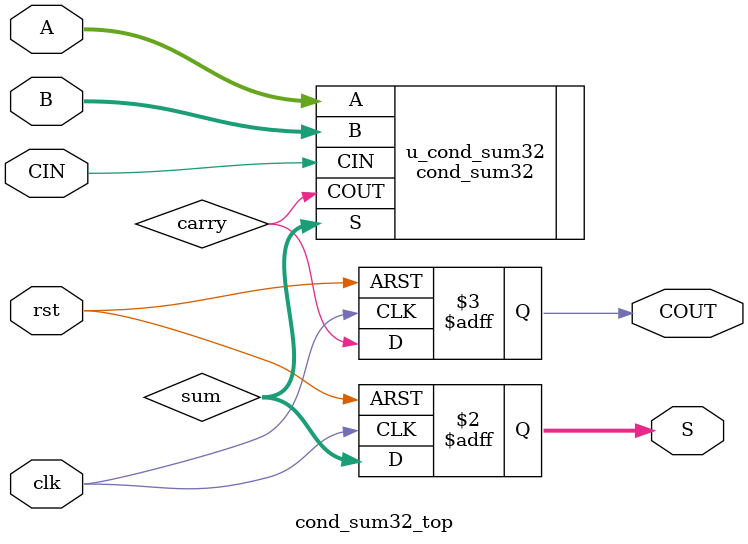
<source format=v>
module cond_sum32_top ( clk, rst, A, B, CIN, S, COUT );

input             clk, rst;
input      [31:0] A, B;
input             CIN;
output reg [31:0] S;
output reg        COUT;

wire [31:0] sum;
wire carry;

cond_sum32 u_cond_sum32 (.A(A[31:0]), .B(B[31:0]), .CIN(CIN), .S(sum), .COUT(carry) );

always @(posedge clk, posedge rst)
begin
  if(rst)
  begin
    S <= 32'd0;
    COUT <= 1'b0;
  end
  else
  begin
    S <= sum;
    COUT <= carry;
  end
end

endmodule

</source>
